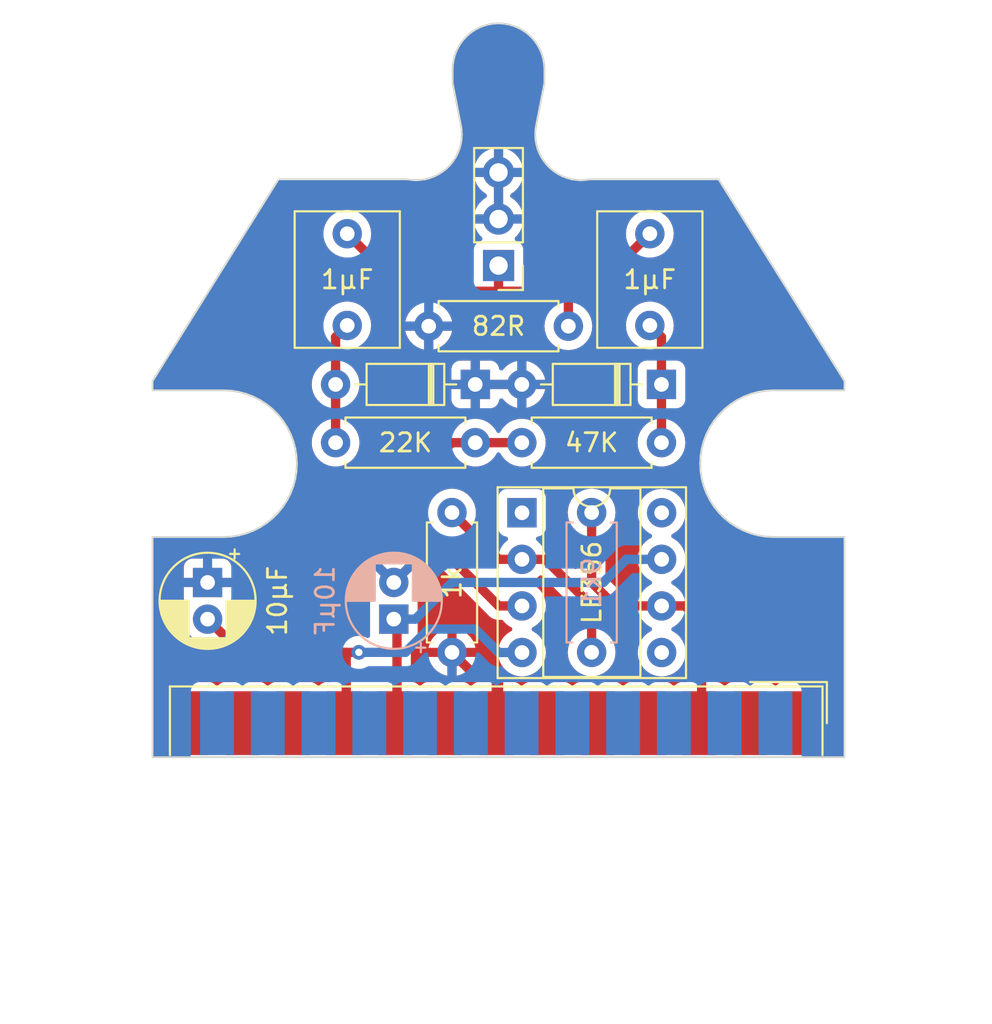
<source format=kicad_pcb>
(kicad_pcb (version 20221018) (generator pcbnew)
  (layers (0 "F.Cu" signal) (31 "B.Cu" signal) (34 "B.Paste" user) (35 "F.Paste" user) (36 "B.SilkS" user "B.Silkscreen") (37 "F.SilkS" user "F.Silkscreen") (38 "B.Mask" user) (39 "F.Mask" user) (44 "Edge.Cuts" user))
  (net 0 "")
  (net 1 "Net-(D1-A)")
  (net 2 "Net-(D2-K)")
  (net 3 "+12V")
  (net 4 "GND")
  (net 5 "-12V")
  (net 8 "Net-(J2-Pad3)")
  (net 28 "Net-(U1-+)")
  (net 29 "Net-(U1--)")
  (net 33 "Net-(J1-Pin_1)")
  (footprint "Capacitor_THT:C_Rect_L7.2mm_W5.5mm_P5.00mm_FKS2_FKP2_MKS2_MKP2" (layer "F.Cu") (at 125.095 66.08 -90)
    (fp_text reference "C2" hide)
    (fp_text value "1µF" (at 2.5 0) (layer "F.SilkS"))
    (pad "1" thru_hole circle (at 0 0 270) (size 1.6 1.6) (drill 0.8) (layers "*.Cu" "*.Mask") (net 33 "Net-(J1-Pin_1)"))
    (pad "2" thru_hole circle (at 5 0 270) (size 1.6 1.6) (drill 0.8) (layers "*.Cu" "*.Mask") (net 2 "Net-(D2-K)"))
  )
  (footprint "Connector_Dsub:DSUB-25_Female_EdgeMount_P2.77mm" (layer "F.Cu") (at 116.713 92.7595)
    (fp_text reference "J2" hide)
    (fp_text value "DB25_Receptacle" hide)
    (pad "1" smd rect (at 16.62 0) (size 1.846667 3.48) (layers "F.Cu" "F.Paste" "F.Mask"))
    (pad "2" smd rect (at 13.85 0) (size 1.846667 3.48) (layers "F.Cu" "F.Paste" "F.Mask"))
    (pad "3" smd rect (at 11.08 0) (size 1.846667 3.48) (layers "F.Cu" "F.Paste" "F.Mask") (net 8 "Net-(J2-Pad3)"))
    (pad "4" smd rect (at 8.31 0) (size 1.846667 3.48) (layers "F.Cu" "F.Paste" "F.Mask"))
    (pad "5" smd rect (at 5.54 0) (size 1.846667 3.48) (layers "F.Cu" "F.Paste" "F.Mask"))
    (pad "6" smd rect (at 2.77 0) (size 1.846667 3.48) (layers "F.Cu" "F.Paste" "F.Mask"))
    (pad "7" smd rect (at 0 0) (size 1.846667 3.48) (layers "F.Cu" "F.Paste" "F.Mask") (net 4 "GND"))
    (pad "8" smd rect (at -2.77 0) (size 1.846667 3.48) (layers "F.Cu" "F.Paste" "F.Mask"))
    (pad "9" smd rect (at -5.54 0) (size 1.846667 3.48) (layers "F.Cu" "F.Paste" "F.Mask") (net 3 "+12V"))
    (pad "10" smd rect (at -8.31 0) (size 1.846667 3.48) (layers "F.Cu" "F.Paste" "F.Mask") (net 5 "-12V"))
    (pad "11" smd rect (at -11.08 0) (size 1.846667 3.48) (layers "F.Cu" "F.Paste" "F.Mask"))
    (pad "12" smd rect (at -13.85 0) (size 1.846667 3.48) (layers "F.Cu" "F.Paste" "F.Mask"))
    (pad "13" smd rect (at -16.62 0) (size 1.846667 3.48) (layers "F.Cu" "F.Paste" "F.Mask"))
    (pad "14" smd rect (at 15.235 0) (size 1.846667 3.48) (layers "B.Cu" "B.Paste" "B.Mask"))
    (pad "15" smd rect (at 12.465 0) (size 1.846667 3.48) (layers "B.Cu" "B.Paste" "B.Mask"))
    (pad "16" smd rect (at 9.695 0) (size 1.846667 3.48) (layers "B.Cu" "B.Paste" "B.Mask"))
    (pad "17" smd rect (at 6.925 0) (size 1.846667 3.48) (layers "B.Cu" "B.Paste" "B.Mask"))
    (pad "18" smd rect (at 4.155 0) (size 1.846667 3.48) (layers "B.Cu" "B.Paste" "B.Mask"))
    (pad "19" smd rect (at 1.385 0) (size 1.846667 3.48) (layers "B.Cu" "B.Paste" "B.Mask"))
    (pad "20" smd rect (at -1.385 0) (size 1.846667 3.48) (layers "B.Cu" "B.Paste" "B.Mask"))
    (pad "21" smd rect (at -4.155 0) (size 1.846667 3.48) (layers "B.Cu" "B.Paste" "B.Mask"))
    (pad "22" smd rect (at -6.925 0) (size 1.846667 3.48) (layers "B.Cu" "B.Paste" "B.Mask"))
    (pad "23" smd rect (at -9.695 0) (size 1.846667 3.48) (layers "B.Cu" "B.Paste" "B.Mask"))
    (pad "24" smd rect (at -12.465 0) (size 1.846667 3.48) (layers "B.Cu" "B.Paste" "B.Mask"))
    (pad "25" smd rect (at -15.235 0) (size 1.846667 3.48) (layers "B.Cu" "B.Paste" "B.Mask"))
  )
  (footprint "Diode_THT:D_DO-35_SOD27_P7.62mm_Horizontal" (layer "F.Cu") (at 125.73 74.295 180)
    (fp_text reference "D2" hide)
    (fp_text value "1N4148" hide)
    (pad "1" thru_hole rect (at 0 0 180) (size 1.6 1.6) (drill 0.8) (layers "*.Cu" "*.Mask") (net 2 "Net-(D2-K)"))
    (pad "2" thru_hole oval (at 7.62 0 180) (size 1.6 1.6) (drill 0.8) (layers "*.Cu" "*.Mask") (net 4 "GND"))
  )
  (footprint "Resistor_THT:R_Axial_DIN0207_L6.3mm_D2.5mm_P7.62mm_Horizontal" (layer "F.Cu") (at 114.3 81.28 -90)
    (fp_text reference "R5" hide)
    (fp_text value "1k" (at 3.81 0 -270) (layer "F.SilkS"))
    (pad "1" thru_hole circle (at 0 0 270) (size 1.6 1.6) (drill 0.8) (layers "*.Cu" "*.Mask") (net 29 "Net-(U1--)"))
    (pad "2" thru_hole oval (at 7.62 0 270) (size 1.6 1.6) (drill 0.8) (layers "*.Cu" "*.Mask") (net 4 "GND"))
  )
  (footprint "Capacitor_THT:CP_Radial_D5.0mm_P2.00mm" (layer "F.Cu") (at 100.965 85.09 -90)
    (fp_text reference "C4" hide)
    (fp_text value "10µF" (at 1 -3.81 -270) (layer "F.SilkS"))
    (pad "1" thru_hole rect (at 0 0 270) (size 1.6 1.6) (drill 0.8) (layers "*.Cu" "*.Mask") (net 4 "GND"))
    (pad "2" thru_hole circle (at 2 0 270) (size 1.6 1.6) (drill 0.8) (layers "*.Cu" "*.Mask") (net 5 "-12V"))
  )
  (footprint "Resistor_THT:R_Axial_DIN0207_L6.3mm_D2.5mm_P7.62mm_Horizontal" (layer "F.Cu") (at 125.73 77.47 180)
    (fp_text reference "R3" hide)
    (fp_text value "47K" (at 3.81 0) (layer "F.SilkS"))
    (pad "1" thru_hole circle (at 0 0 180) (size 1.6 1.6) (drill 0.8) (layers "*.Cu" "*.Mask") (net 2 "Net-(D2-K)"))
    (pad "2" thru_hole oval (at 7.62 0 180) (size 1.6 1.6) (drill 0.8) (layers "*.Cu" "*.Mask") (net 28 "Net-(U1-+)"))
  )
  (footprint "Diode_THT:D_DO-35_SOD27_P7.62mm_Horizontal" (layer "F.Cu") (at 115.57 74.295 180)
    (fp_text reference "D1" hide)
    (fp_text value "1N4148" hide)
    (pad "1" thru_hole rect (at 0 0 180) (size 1.6 1.6) (drill 0.8) (layers "*.Cu" "*.Mask") (net 4 "GND"))
    (pad "2" thru_hole oval (at 7.62 0 180) (size 1.6 1.6) (drill 0.8) (layers "*.Cu" "*.Mask") (net 1 "Net-(D1-A)"))
  )
  (footprint "Resistor_THT:R_Axial_DIN0207_L6.3mm_D2.5mm_P7.62mm_Horizontal" (layer "F.Cu") (at 107.95 77.47)
    (fp_text reference "R2" hide)
    (fp_text value "22K" (at 3.81 0) (layer "F.SilkS"))
    (pad "1" thru_hole circle (at 0 0) (size 1.6 1.6) (drill 0.8) (layers "*.Cu" "*.Mask") (net 1 "Net-(D1-A)"))
    (pad "2" thru_hole oval (at 7.62 0) (size 1.6 1.6) (drill 0.8) (layers "*.Cu" "*.Mask") (net 28 "Net-(U1-+)"))
  )
  (footprint "Capacitor_THT:C_Rect_L7.2mm_W5.5mm_P5.00mm_FKS2_FKP2_MKS2_MKP2" (layer "F.Cu") (at 108.585 66.08 -90)
    (fp_text reference "C1" hide)
    (fp_text value "1µF" (at 2.5 0) (layer "F.SilkS"))
    (pad "1" thru_hole circle (at 0 0 270) (size 1.6 1.6) (drill 0.8) (layers "*.Cu" "*.Mask") (net 33 "Net-(J1-Pin_1)"))
    (pad "2" thru_hole circle (at 5 0 270) (size 1.6 1.6) (drill 0.8) (layers "*.Cu" "*.Mask") (net 1 "Net-(D1-A)"))
  )
  (footprint "Resistor_THT:R_Axial_DIN0207_L6.3mm_D2.5mm_P7.62mm_Horizontal" (layer "F.Cu") (at 120.65 71.12 180)
    (fp_text reference "R1" hide)
    (fp_text value "82R" (at 3.81 0) (layer "F.SilkS"))
    (pad "1" thru_hole circle (at 0 0 180) (size 1.6 1.6) (drill 0.8) (layers "*.Cu" "*.Mask") (net 33 "Net-(J1-Pin_1)"))
    (pad "2" thru_hole oval (at 7.62 0 180) (size 1.6 1.6) (drill 0.8) (layers "*.Cu" "*.Mask") (net 4 "GND"))
  )
  (footprint "Package_DIP:DIP-8_W7.62mm_Socket" (layer "F.Cu") (at 118.12 81.29)
    (fp_text reference "U1" hide)
    (fp_text value "LF356" (at 3.81 3.8 90) (layer "F.SilkS"))
    (pad "1" thru_hole rect (at 0 0) (size 1.6 1.6) (drill 0.8) (layers "*.Cu" "*.Mask"))
    (pad "2" thru_hole oval (at 0 2.54) (size 1.6 1.6) (drill 0.8) (layers "*.Cu" "*.Mask") (net 29 "Net-(U1--)"))
    (pad "3" thru_hole oval (at 0 5.08) (size 1.6 1.6) (drill 0.8) (layers "*.Cu" "*.Mask") (net 28 "Net-(U1-+)"))
    (pad "4" thru_hole oval (at 0 7.62) (size 1.6 1.6) (drill 0.8) (layers "*.Cu" "*.Mask") (net 5 "-12V"))
    (pad "5" thru_hole oval (at 7.62 7.62) (size 1.6 1.6) (drill 0.8) (layers "*.Cu" "*.Mask"))
    (pad "6" thru_hole oval (at 7.62 5.08) (size 1.6 1.6) (drill 0.8) (layers "*.Cu" "*.Mask") (net 8 "Net-(J2-Pad3)"))
    (pad "7" thru_hole oval (at 7.62 2.54) (size 1.6 1.6) (drill 0.8) (layers "*.Cu" "*.Mask") (net 3 "+12V"))
    (pad "8" thru_hole oval (at 7.62 0) (size 1.6 1.6) (drill 0.8) (layers "*.Cu" "*.Mask"))
  )
  (footprint "Connector_PinHeader_2.54mm:PinHeader_1x03_P2.54mm_Vertical" (layer "F.Cu") (at 116.84 67.818 180)
    (fp_text reference "J1" hide)
    (fp_text value "Video In GND" hide)
    (pad "1" thru_hole rect (at 0 0 180) (size 1.7 1.7) (drill 1) (layers "*.Cu" "*.Mask") (net 33 "Net-(J1-Pin_1)"))
    (pad "2" thru_hole oval (at 0 2.54 180) (size 1.7 1.7) (drill 1) (layers "*.Cu" "*.Mask") (net 4 "GND"))
    (pad "3" thru_hole oval (at 0 5.08 180) (size 1.7 1.7) (drill 1) (layers "*.Cu" "*.Mask") (net 4 "GND"))
  )
  (footprint "Resistor_THT:R_Axial_DIN0207_L6.3mm_D2.5mm_P7.62mm_Horizontal" (layer "B.Cu") (at 121.92 81.28 -90)
    (fp_text reference "R4" hide)
    (fp_text value "9k1" (at 3.81 0 90) (layer "B.SilkS") (effects (justify mirror)))
    (pad "1" thru_hole circle (at 0 0 270) (size 1.6 1.6) (drill 0.8) (layers "*.Cu" "*.Mask") (net 8 "Net-(J2-Pad3)"))
    (pad "2" thru_hole oval (at 7.62 0 270) (size 1.6 1.6) (drill 0.8) (layers "*.Cu" "*.Mask") (net 29 "Net-(U1--)"))
  )
  (footprint "Capacitor_THT:CP_Radial_D5.0mm_P2.00mm" (layer "B.Cu") (at 111.125 87.09 90)
    (fp_text reference "C3" hide)
    (fp_text value "10µF" (at 1 -3.75 90) (layer "B.SilkS") (effects (justify mirror)))
    (pad "1" thru_hole rect (at 0 0 90) (size 1.6 1.6) (drill 0.8) (layers "*.Cu" "*.Mask") (net 3 "+12V"))
    (pad "2" thru_hole circle (at 2 0 90) (size 1.6 1.6) (drill 0.8) (layers "*.Cu" "*.Mask") (net 4 "GND"))
  )
  (gr_line (start 114.50507 61.915) (end 114.36255 62.1345) (stroke (width 0.1)) (layer "Edge.Cuts"))
  (gr_line (start 105.6442 77.3789) (end 105.7526 77.7834) (stroke (width 0.1)) (layer "Edge.Cuts"))
  (gr_line (start 113.35685 62.9489) (end 113.11255 63.0426) (stroke (width 0.1)) (layer "Edge.Cuts"))
  (gr_line (start 105.0761 76.2639) (end 105.3041 76.615) (stroke (width 0.1)) (layer "Edge.Cuts"))
  (gr_line (start 113.59 62.8301) (end 113.35685 62.9489) (stroke (width 0.1)) (layer "Edge.Cuts"))
  (gr_line (start 118.85369 60.4037) (end 118.89463 60.1452) (stroke (width 0.1)) (layer "Edge.Cuts"))
  (gr_line (start 120.82021 63.1104) (end 120.56745 63.0426) (stroke (width 0.1)) (layer "Edge.Cuts"))
  (gr_line (start 105.3041 76.615) (end 105.4942 76.9881) (stroke (width 0.1)) (layer "Edge.Cuts"))
  (gr_line (start 119.12386 56.0982) (end 119.00505 55.865) (stroke (width 0.1)) (layer "Edge.Cuts"))
  (gr_line (start 135.715 74.615) (end 135.715 74.115) (stroke (width 0.1)) (layer "Edge.Cuts"))
  (gr_line (start 115.82317 54.8311) (end 115.59 54.9499) (stroke (width 0.1)) (layer "Edge.Cuts"))
  (gr_line (start 115.16718 55.2572) (end 114.98215 55.4422) (stroke (width 0.1)) (layer "Edge.Cuts"))
  (gr_line (start 97.965 74.115) (end 97.965 74.615) (stroke (width 0.1)) (layer "Edge.Cuts"))
  (gr_line (start 129.84 75.1509) (end 130.213 74.9608) (stroke (width 0.1)) (layer "Edge.Cuts"))
  (gr_line (start 129.84 82.0791) (end 129.4888 81.8511) (stroke (width 0.1)) (layer "Edge.Cuts"))
  (gr_line (start 128.1858 76.9881) (end 128.3759 76.615) (stroke (width 0.1)) (layer "Edge.Cuts"))
  (gr_line (start 131.84 74.615) (end 135.715 74.615) (stroke (width 0.1)) (layer "Edge.Cuts"))
  (gr_line (start 131.0084 74.7024) (end 131.4219 74.6369) (stroke (width 0.1)) (layer "Edge.Cuts"))
  (gr_line (start 103.84 75.1509) (end 104.1912 75.3789) (stroke (width 0.1)) (layer "Edge.Cuts"))
  (gr_line (start 127.84 78.615) (end 127.8619 78.1969) (stroke (width 0.1)) (layer "Edge.Cuts"))
  (gr_line (start 119.66716 62.5229) (end 119.48214 62.3378) (stroke (width 0.1)) (layer "Edge.Cuts"))
  (gr_line (start 105.6442 79.8511) (end 105.4942 80.242) (stroke (width 0.1)) (layer "Edge.Cuts"))
  (gr_line (start 114.78537 60.1452) (end 114.82631 60.4037) (stroke (width 0.1)) (layer "Edge.Cuts"))
  (gr_line (start 112.84 63.115) (end 112.8306 63.115) (stroke (width 0.1)) (layer "Edge.Cuts"))
  (gr_line (start 112.60132 63.1513) (end 112.34 63.165) (stroke (width 0.1)) (layer "Edge.Cuts"))
  (gr_line (start 101.84 82.615) (end 97.965 82.615) (stroke (width 0.1)) (layer "Edge.Cuts"))
  (gr_line (start 118.69785 55.4422) (end 118.51282 55.2572) (stroke (width 0.1)) (layer "Edge.Cuts"))
  (gr_line (start 118.89463 60.1452) (end 119.34 57.8738) (stroke (width 0.1)) (layer "Edge.Cuts"))
  (gr_line (start 131.4219 82.5931) (end 131.0084 82.5276) (stroke (width 0.1)) (layer "Edge.Cuts"))
  (gr_line (start 103.0761 74.8108) (end 103.467 74.9608) (stroke (width 0.1)) (layer "Edge.Cuts"))
  (gr_line (start 128.0358 79.8511) (end 127.9274 79.4466) (stroke (width 0.1)) (layer "Edge.Cuts"))
  (gr_line (start 103.467 82.2692) (end 103.0761 82.4192) (stroke (width 0.1)) (layer "Edge.Cuts"))
  (gr_line (start 114.34 57.115) (end 114.34 57.8738) (stroke (width 0.1)) (layer "Edge.Cuts"))
  (gr_line (start 105.8181 78.1969) (end 105.84 78.615) (stroke (width 0.1)) (layer "Edge.Cuts"))
  (gr_line (start 127.8619 78.1969) (end 127.9274 77.7834) (stroke (width 0.1)) (layer "Edge.Cuts"))
  (gr_line (start 118.89463 61.1848) (end 118.85369 60.9263) (stroke (width 0.1)) (layer "Edge.Cuts"))
  (gr_line (start 114.3537 56.8537) (end 114.34 57.115) (stroke (width 0.1)) (layer "Edge.Cuts"))
  (gr_line (start 119.87053 62.6876) (end 119.66716 62.5229) (stroke (width 0.1)) (layer "Edge.Cuts"))
  (gr_line (start 128.8674 75.9385) (end 129.1635 75.6424) (stroke (width 0.1)) (layer "Edge.Cuts"))
  (gr_line (start 114.82631 60.4037) (end 114.84 60.665) (stroke (width 0.1)) (layer "Edge.Cuts"))
  (gr_line (start 128.6039 76.2639) (end 128.8674 75.9385) (stroke (width 0.1)) (layer "Edge.Cuts"))
  (gr_line (start 116.067463 54.7374) (end 115.82317 54.8311) (stroke (width 0.1)) (layer "Edge.Cuts"))
  (gr_line (start 130.6039 82.4192) (end 130.213 82.2692) (stroke (width 0.1)) (layer "Edge.Cuts"))
  (gr_line (start 114.55614 56.0982) (end 114.46236 56.3425) (stroke (width 0.1)) (layer "Edge.Cuts"))
  (gr_line (start 114.36255 62.1345) (end 114.19786 62.3378) (stroke (width 0.1)) (layer "Edge.Cuts"))
  (gr_line (start 130.6039 74.8108) (end 131.0084 74.7024) (stroke (width 0.1)) (layer "Edge.Cuts"))
  (gr_line (start 114.39464 56.5952) (end 114.3537 56.8537) (stroke (width 0.1)) (layer "Edge.Cuts"))
  (gr_line (start 104.5165 75.6424) (end 104.8126 75.9385) (stroke (width 0.1)) (layer "Edge.Cuts"))
  (gr_line (start 104.5165 81.5876) (end 104.1912 81.8511) (stroke (width 0.1)) (layer "Edge.Cuts"))
  (gr_line (start 119.17493 61.915) (end 119.05613 61.6818) (stroke (width 0.1)) (layer "Edge.Cuts"))
  (gr_line (start 128.6039 80.9662) (end 128.3759 80.615) (stroke (width 0.1)) (layer "Edge.Cuts"))
  (gr_line (start 135.715 74.115) (end 128.84 63.115) (stroke (width 0.1)) (layer "Edge.Cuts"))
  (gr_line (start 111.84941 63.115) (end 104.84 63.115) (stroke (width 0.1)) (layer "Edge.Cuts"))
  (gr_line (start 102.2581 74.6369) (end 102.6716 74.7024) (stroke (width 0.1)) (layer "Edge.Cuts"))
  (gr_line (start 102.6716 82.5276) (end 102.2581 82.5931) (stroke (width 0.1)) (layer "Edge.Cuts"))
  (gr_line (start 114.01284 62.5229) (end 113.80947 62.6876) (stroke (width 0.1)) (layer "Edge.Cuts"))
  (gr_line (start 112.85979 63.1104) (end 112.84 63.1135) (stroke (width 0.1)) (layer "Edge.Cuts"))
  (gr_line (start 118.85369 60.9263) (end 118.84 60.665) (stroke (width 0.1)) (layer "Edge.Cuts"))
  (gr_line (start 101.84 74.615) (end 102.2581 74.6369) (stroke (width 0.1)) (layer "Edge.Cuts"))
  (gr_line (start 97.965 74.615) (end 101.84 74.615) (stroke (width 0.1)) (layer "Edge.Cuts"))
  (gr_line (start 119.48214 62.3378) (end 119.31745 62.1345) (stroke (width 0.1)) (layer "Edge.Cuts"))
  (gr_line (start 118.30945 55.0925) (end 118.09 54.9499) (stroke (width 0.1)) (layer "Edge.Cuts"))
  (gr_line (start 119.21764 56.3425) (end 119.12386 56.0982) (stroke (width 0.1)) (layer "Edge.Cuts"))
  (gr_line (start 114.34 57.8738) (end 114.78537 60.1452) (stroke (width 0.1)) (layer "Edge.Cuts"))
  (gr_line (start 114.62387 61.6818) (end 114.50507 61.915) (stroke (width 0.1)) (layer "Edge.Cuts"))
  (gr_line (start 113.11255 63.0426) (end 112.85979 63.1104) (stroke (width 0.1)) (layer "Edge.Cuts"))
  (gr_line (start 128.0358 77.3789) (end 128.1858 76.9881) (stroke (width 0.1)) (layer "Edge.Cuts"))
  (gr_line (start 116.320225 54.6696) (end 116.067463 54.7374) (stroke (width 0.1)) (layer "Edge.Cuts"))
  (gr_line (start 120.09 62.8301) (end 119.87053 62.6876) (stroke (width 0.1)) (layer "Edge.Cuts"))
  (gr_line (start 135.715 82.615) (end 131.84 82.615) (stroke (width 0.1)) (layer "Edge.Cuts"))
  (gr_line (start 127.9274 77.7834) (end 128.0358 77.3789) (stroke (width 0.1)) (layer "Edge.Cuts"))
  (gr_line (start 118.96234 61.4376) (end 118.89463 61.1848) (stroke (width 0.1)) (layer "Edge.Cuts"))
  (gr_line (start 120.84 63.115) (end 120.84 63.1135) (stroke (width 0.1)) (layer "Edge.Cuts"))
  (gr_line (start 115.59 54.9499) (end 115.37055 55.0925) (stroke (width 0.1)) (layer "Edge.Cuts"))
  (gr_line (start 105.3041 80.615) (end 105.0761 80.9662) (stroke (width 0.1)) (layer "Edge.Cuts"))
  (gr_line (start 128.3759 76.615) (end 128.6039 76.2639) (stroke (width 0.1)) (layer "Edge.Cuts"))
  (gr_line (start 120.84 63.1135) (end 120.82021 63.1104) (stroke (width 0.1)) (layer "Edge.Cuts"))
  (gr_line (start 118.86254 55.6455) (end 118.69785 55.4422) (stroke (width 0.1)) (layer "Edge.Cuts"))
  (gr_line (start 128.8674 81.2915) (end 128.6039 80.9662) (stroke (width 0.1)) (layer "Edge.Cuts"))
  (gr_line (start 119.34 57.115) (end 119.3263 56.8537) (stroke (width 0.1)) (layer "Edge.Cuts"))
  (gr_line (start 118.84 60.665) (end 118.85369 60.4037) (stroke (width 0.1)) (layer "Edge.Cuts"))
  (gr_line (start 119.28536 56.5952) (end 119.21764 56.3425) (stroke (width 0.1)) (layer "Edge.Cuts"))
  (gr_line (start 118.51282 55.2572) (end 118.30945 55.0925) (stroke (width 0.1)) (layer "Edge.Cuts"))
  (gr_line (start 131.0084 82.5276) (end 130.6039 82.4192) (stroke (width 0.1)) (layer "Edge.Cuts"))
  (gr_line (start 105.7526 79.4466) (end 105.6442 79.8511) (stroke (width 0.1)) (layer "Edge.Cuts"))
  (gr_line (start 105.7526 77.7834) (end 105.8181 78.1969) (stroke (width 0.1)) (layer "Edge.Cuts"))
  (gr_line (start 97.965 94.615) (end 135.715 94.615) (stroke (width 0.1)) (layer "Edge.Cuts"))
  (gr_line (start 102.2581 82.5931) (end 101.84 82.615) (stroke (width 0.1)) (layer "Edge.Cuts"))
  (gr_line (start 114.82631 60.9263) (end 114.78537 61.1848) (stroke (width 0.1)) (layer "Edge.Cuts"))
  (gr_line (start 114.98215 55.4422) (end 114.81746 55.6455) (stroke (width 0.1)) (layer "Edge.Cuts"))
  (gr_line (start 104.8126 75.9385) (end 105.0761 76.2639) (stroke (width 0.1)) (layer "Edge.Cuts"))
  (gr_line (start 128.3759 80.615) (end 128.1858 80.242) (stroke (width 0.1)) (layer "Edge.Cuts"))
  (gr_line (start 115.37055 55.0925) (end 115.16718 55.2572) (stroke (width 0.1)) (layer "Edge.Cuts"))
  (gr_line (start 120.32315 62.9489) (end 120.09 62.8301) (stroke (width 0.1)) (layer "Edge.Cuts"))
  (gr_line (start 103.467 74.9608) (end 103.84 75.1509) (stroke (width 0.1)) (layer "Edge.Cuts"))
  (gr_line (start 105.0761 80.9662) (end 104.8126 81.2915) (stroke (width 0.1)) (layer "Edge.Cuts"))
  (gr_line (start 127.9274 79.4466) (end 127.8619 79.0331) (stroke (width 0.1)) (layer "Edge.Cuts"))
  (gr_line (start 102.6716 74.7024) (end 103.0761 74.8108) (stroke (width 0.1)) (layer "Edge.Cuts"))
  (gr_line (start 121.34 63.165) (end 121.07868 63.1513) (stroke (width 0.1)) (layer "Edge.Cuts"))
  (gr_line (start 121.60131 63.1513) (end 121.34 63.165) (stroke (width 0.1)) (layer "Edge.Cuts"))
  (gr_line (start 119.05613 61.6818) (end 118.96234 61.4376) (stroke (width 0.1)) (layer "Edge.Cuts"))
  (gr_line (start 121.83059 63.115) (end 121.60131 63.1513) (stroke (width 0.1)) (layer "Edge.Cuts"))
  (gr_line (start 135.715 94.615) (end 135.715 82.615) (stroke (width 0.1)) (layer "Edge.Cuts"))
  (gr_line (start 130.213 74.9608) (end 130.6039 74.8108) (stroke (width 0.1)) (layer "Edge.Cuts"))
  (gr_line (start 103.84 82.0791) (end 103.467 82.2692) (stroke (width 0.1)) (layer "Edge.Cuts"))
  (gr_line (start 114.71766 61.4376) (end 114.62387 61.6818) (stroke (width 0.1)) (layer "Edge.Cuts"))
  (gr_line (start 105.4942 76.9881) (end 105.6442 77.3789) (stroke (width 0.1)) (layer "Edge.Cuts"))
  (gr_line (start 113.80947 62.6876) (end 113.59 62.8301) (stroke (width 0.1)) (layer "Edge.Cuts"))
  (gr_line (start 119.34 57.8738) (end 119.34 57.115) (stroke (width 0.1)) (layer "Edge.Cuts"))
  (gr_line (start 105.4942 80.242) (end 105.3041 80.615) (stroke (width 0.1)) (layer "Edge.Cuts"))
  (gr_line (start 117.101307 54.6287) (end 116.84 54.615) (stroke (width 0.1)) (layer "Edge.Cuts"))
  (gr_line (start 118.09 54.9499) (end 117.85683 54.8311) (stroke (width 0.1)) (layer "Edge.Cuts"))
  (gr_line (start 119.00505 55.865) (end 118.86254 55.6455) (stroke (width 0.1)) (layer "Edge.Cuts"))
  (gr_line (start 128.1858 80.242) (end 128.0358 79.8511) (stroke (width 0.1)) (layer "Edge.Cuts"))
  (gr_line (start 112.07869 63.1513) (end 111.84941 63.115) (stroke (width 0.1)) (layer "Edge.Cuts"))
  (gr_line (start 120.56745 63.0426) (end 120.32315 62.9489) (stroke (width 0.1)) (layer "Edge.Cuts"))
  (gr_line (start 114.78537 61.1848) (end 114.71766 61.4376) (stroke (width 0.1)) (layer "Edge.Cuts"))
  (gr_line (start 112.8306 63.115) (end 112.60132 63.1513) (stroke (width 0.1)) (layer "Edge.Cuts"))
  (gr_line (start 129.4888 81.8511) (end 129.1635 81.5876) (stroke (width 0.1)) (layer "Edge.Cuts"))
  (gr_line (start 130.213 82.2692) (end 129.84 82.0791) (stroke (width 0.1)) (layer "Edge.Cuts"))
  (gr_line (start 120.8494 63.115) (end 120.84 63.115) (stroke (width 0.1)) (layer "Edge.Cuts"))
  (gr_line (start 117.359775 54.6696) (end 117.101307 54.6287) (stroke (width 0.1)) (layer "Edge.Cuts"))
  (gr_line (start 112.34 63.165) (end 112.07869 63.1513) (stroke (width 0.1)) (layer "Edge.Cuts"))
  (gr_line (start 103.0761 82.4192) (end 102.6716 82.5276) (stroke (width 0.1)) (layer "Edge.Cuts"))
  (gr_line (start 104.1912 81.8511) (end 103.84 82.0791) (stroke (width 0.1)) (layer "Edge.Cuts"))
  (gr_line (start 104.1912 75.3789) (end 104.5165 75.6424) (stroke (width 0.1)) (layer "Edge.Cuts"))
  (gr_line (start 114.67495 55.865) (end 114.55614 56.0982) (stroke (width 0.1)) (layer "Edge.Cuts"))
  (gr_line (start 114.19786 62.3378) (end 114.01284 62.5229) (stroke (width 0.1)) (layer "Edge.Cuts"))
  (gr_line (start 117.85683 54.8311) (end 117.612537 54.7374) (stroke (width 0.1)) (layer "Edge.Cuts"))
  (gr_line (start 114.84 60.665) (end 114.82631 60.9263) (stroke (width 0.1)) (layer "Edge.Cuts"))
  (gr_line (start 127.8619 79.0331) (end 127.84 78.615) (stroke (width 0.1)) (layer "Edge.Cuts"))
  (gr_line (start 129.4888 75.3789) (end 129.84 75.1509) (stroke (width 0.1)) (layer "Edge.Cuts"))
  (gr_line (start 131.4219 74.6369) (end 131.84 74.615) (stroke (width 0.1)) (layer "Edge.Cuts"))
  (gr_line (start 104.8126 81.2915) (end 104.5165 81.5876) (stroke (width 0.1)) (layer "Edge.Cuts"))
  (gr_line (start 129.1635 75.6424) (end 129.4888 75.3789) (stroke (width 0.1)) (layer "Edge.Cuts"))
  (gr_line (start 119.3263 56.8537) (end 119.28536 56.5952) (stroke (width 0.1)) (layer "Edge.Cuts"))
  (gr_line (start 121.07868 63.1513) (end 120.8494 63.115) (stroke (width 0.1)) (layer "Edge.Cuts"))
  (gr_line (start 97.965 82.615) (end 97.965 94.615) (stroke (width 0.1)) (layer "Edge.Cuts"))
  (gr_line (start 119.31745 62.1345) (end 119.17493 61.915) (stroke (width 0.1)) (layer "Edge.Cuts"))
  (gr_line (start 116.84 54.615) (end 116.578693 54.6287) (stroke (width 0.1)) (layer "Edge.Cuts"))
  (gr_line (start 114.81746 55.6455) (end 114.67495 55.865) (stroke (width 0.1)) (layer "Edge.Cuts"))
  (gr_line (start 116.578693 54.6287) (end 116.320225 54.6696) (stroke (width 0.1)) (layer "Edge.Cuts"))
  (gr_line (start 104.84 63.115) (end 97.965 74.115) (stroke (width 0.1)) (layer "Edge.Cuts"))
  (gr_line (start 105.8181 79.0331) (end 105.7526 79.4466) (stroke (width 0.1)) (layer "Edge.Cuts"))
  (gr_line (start 105.84 78.615) (end 105.8181 79.0331) (stroke (width 0.1)) (layer "Edge.Cuts"))
  (gr_line (start 117.612537 54.7374) (end 117.359775 54.6696) (stroke (width 0.1)) (layer "Edge.Cuts"))
  (gr_line (start 114.46236 56.3425) (end 114.39464 56.5952) (stroke (width 0.1)) (layer "Edge.Cuts"))
  (gr_line (start 128.84 63.115) (end 121.83059 63.115) (stroke (width 0.1)) (layer "Edge.Cuts"))
  (gr_line (start 112.84 63.1135) (end 112.84 63.115) (stroke (width 0.1)) (layer "Edge.Cuts"))
  (gr_line (start 131.84 82.615) (end 131.4219 82.5931) (stroke (width 0.1)) (layer "Edge.Cuts"))
  (gr_line (start 129.1635 81.5876) (end 128.8674 81.2915) (stroke (width 0.1)) (layer "Edge.Cuts"))
  (segment (start 107.95 77.47) (end 107.95 74.295) (width 0.508) (layer "F.Cu") (net 1))
  (segment (start 107.95 71.715) (end 107.95 74.295) (width 0.508) (layer "F.Cu") (net 1))
  (segment (start 108.585 71.08) (end 107.95 71.715) (width 0.508) (layer "F.Cu") (net 1))
  (segment (start 125.73 77.47) (end 125.73 74.295) (width 0.508) (layer "F.Cu") (net 2))
  (segment (start 125.73 71.715) (end 125.73 74.295) (width 0.508) (layer "F.Cu") (net 2))
  (segment (start 125.095 71.08) (end 125.73 71.715) (width 0.508) (layer "F.Cu") (net 2))
  (segment (start 111.3 87.265) (end 111.125 87.09) (width 0.508) (layer "F.Cu") (net 3))
  (segment (start 111.3 92.905) (end 111.3 87.265) (width 0.508) (layer "F.Cu") (net 3))
  (segment (start 114.3 85.09) (end 112.3 87.09) (width 0.508) (layer "B.Cu") (net 3))
  (segment (start 123.835 83.83) (end 123.825 83.82) (width 0.508) (layer "B.Cu") (net 3))
  (segment (start 112.3 87.09) (end 111.125 87.09) (width 0.508) (layer "B.Cu") (net 3))
  (segment (start 125.74 83.83) (end 123.835 83.83) (width 0.508) (layer "B.Cu") (net 3))
  (segment (start 122.555 85.09) (end 114.3 85.09) (width 0.508) (layer "B.Cu") (net 3))
  (segment (start 123.825 83.82) (end 122.555 85.09) (width 0.508) (layer "B.Cu") (net 3))
  (segment (start 115.57 90.17) (end 114.3 88.9) (width 0.508) (layer "F.Cu") (net 4))
  (segment (start 116.84 92.905) (end 116.84 90.17) (width 0.508) (layer "F.Cu") (net 4))
  (segment (start 116.84 90.17) (end 115.57 90.17) (width 0.508) (layer "F.Cu") (net 4))
  (segment (start 108.53 92.905) (end 108.53 88.9) (width 0.508) (layer "F.Cu") (net 5))
  (segment (start 107.95 88.9) (end 102.775 88.9) (width 0.508) (layer "F.Cu") (net 5))
  (segment (start 109.22 88.9) (end 107.95 88.9) (width 0.508) (layer "F.Cu") (net 5))
  (segment (start 102.775 88.9) (end 100.965 87.09) (width 0.508) (layer "F.Cu") (net 5))
  (segment (start 108.53 88.9) (end 107.95 88.9) (width 0.508) (layer "F.Cu") (net 5))
  (via (at 109.22 88.9) (size 0.8) (drill 0.4) (layers "F.Cu" "B.Cu") (net 5))
  (segment (start 115.57 87.63) (end 113.03 87.63) (width 0.508) (layer "B.Cu") (net 5))
  (segment (start 118.12 88.91) (end 116.85 88.91) (width 0.508) (layer "B.Cu") (net 5))
  (segment (start 113.03 87.63) (end 111.76 88.9) (width 0.508) (layer "B.Cu") (net 5))
  (segment (start 111.76 88.9) (end 109.22 88.9) (width 0.508) (layer "B.Cu") (net 5))
  (segment (start 116.85 88.91) (end 115.57 87.63) (width 0.508) (layer "B.Cu") (net 5))
  (segment (start 123.2 86.37) (end 121.92 85.09) (width 0.508) (layer "F.Cu") (net 8))
  (segment (start 127 86.36) (end 126.99 86.37) (width 0.508) (layer "F.Cu") (net 8))
  (segment (start 127.92 87.28) (end 127 86.36) (width 0.508) (layer "F.Cu") (net 8))
  (segment (start 126.99 86.37) (end 125.74 86.37) (width 0.508) (layer "F.Cu") (net 8))
  (segment (start 121.92 85.09) (end 121.92 81.28) (width 0.508) (layer "F.Cu") (net 8))
  (segment (start 125.74 86.37) (end 123.2 86.37) (width 0.508) (layer "F.Cu") (net 8))
  (segment (start 127.92 92.905) (end 127.92 87.28) (width 0.508) (layer "F.Cu") (net 8))
  (segment (start 111.76 80.01) (end 114.3 77.47) (width 0.508) (layer "F.Cu") (net 28))
  (segment (start 118.12 86.37) (end 116.85 86.37) (width 0.508) (layer "F.Cu") (net 28))
  (segment (start 111.76 81.28) (end 111.76 80.01) (width 0.508) (layer "F.Cu") (net 28))
  (segment (start 115.57 77.47) (end 118.11 77.47) (width 0.508) (layer "F.Cu") (net 28))
  (segment (start 114.3 77.47) (end 115.57 77.47) (width 0.508) (layer "F.Cu") (net 28))
  (segment (start 116.85 86.37) (end 111.76 81.28) (width 0.508) (layer "F.Cu") (net 28))
  (segment (start 118.12 83.83) (end 116.85 83.83) (width 0.508) (layer "F.Cu") (net 29))
  (segment (start 119.37 83.83) (end 118.12 83.83) (width 0.508) (layer "F.Cu") (net 29))
  (segment (start 116.85 83.83) (end 114.3 81.28) (width 0.508) (layer "F.Cu") (net 29))
  (segment (start 121.92 88.9) (end 121.92 86.36) (width 0.508) (layer "F.Cu") (net 29))
  (segment (start 121.92 86.36) (end 119.38 83.82) (width 0.508) (layer "F.Cu") (net 29))
  (segment (start 119.38 83.82) (end 119.37 83.83) (width 0.508) (layer "F.Cu") (net 29))
  (segment (start 120.65 71.12) (end 120.65 69.215) (width 0.508) (layer "F.Cu") (net 33))
  (segment (start 111.72 69.215) (end 108.585 66.08) (width 0.508) (layer "F.Cu") (net 33))
  (segment (start 116.84 69.215) (end 111.72 69.215) (width 0.508) (layer "F.Cu") (net 33))
  (segment (start 120.65 69.215) (end 116.84 69.215) (width 0.508) (layer "F.Cu") (net 33))
  (segment (start 121.96 69.215) (end 120.65 69.215) (width 0.508) (layer "F.Cu") (net 33))
  (segment (start 116.84 67.818) (end 116.84 69.215) (width 0.508) (layer "F.Cu") (net 33))
  (segment (start 125.095 66.08) (end 121.96 69.215) (width 0.508) (layer "F.Cu") (net 33))
  (zone (net 4) (net_name "GND") (layers "F&B.Cu") (priority 1) (connect_pads (clearance 0.5)) (min_thickness 0.25) (fill yes (thermal_gap 0.5) (thermal_bridge_width 0.5))
    (polygon (pts (xy 135.89 94.615) (xy 97.79 94.615) (xy 97.79 53.34) (xy 135.89 53.34)))
  )
)
</source>
